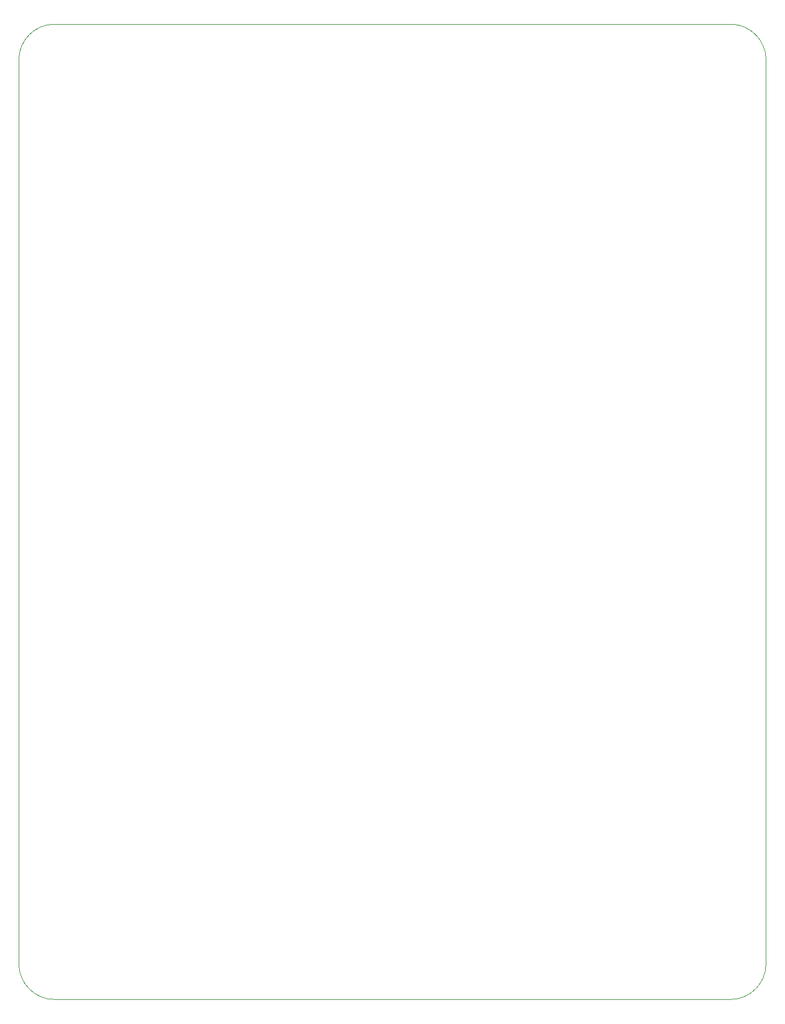
<source format=gbr>
%TF.GenerationSoftware,KiCad,Pcbnew,7.0.1*%
%TF.CreationDate,2023-03-27T08:56:55+09:00*%
%TF.ProjectId,(Eagle)PowerUnit-Bseries(ver2.0),28456167-6c65-4295-906f-776572556e69,rev?*%
%TF.SameCoordinates,Original*%
%TF.FileFunction,Profile,NP*%
%FSLAX46Y46*%
G04 Gerber Fmt 4.6, Leading zero omitted, Abs format (unit mm)*
G04 Created by KiCad (PCBNEW 7.0.1) date 2023-03-27 08:56:55*
%MOMM*%
%LPD*%
G01*
G04 APERTURE LIST*
%TA.AperFunction,Profile*%
%ADD10C,0.050000*%
%TD*%
G04 APERTURE END LIST*
D10*
X196001100Y-36503600D02*
X101001100Y-36503600D01*
X201001100Y-168503600D02*
X201001100Y-41503600D01*
X201001100Y-41503600D02*
G75*
G03*
X196001100Y-36503600I-5000000J0D01*
G01*
X101001100Y-173503600D02*
X196001100Y-173503600D01*
X96001100Y-41503600D02*
X96001100Y-168503600D01*
X101001100Y-36503600D02*
G75*
G03*
X96001100Y-41503600I0J-5000000D01*
G01*
X196001100Y-173503600D02*
G75*
G03*
X201001100Y-168503600I0J5000000D01*
G01*
X96001100Y-168503600D02*
G75*
G03*
X101001100Y-173503600I5000000J0D01*
G01*
M02*

</source>
